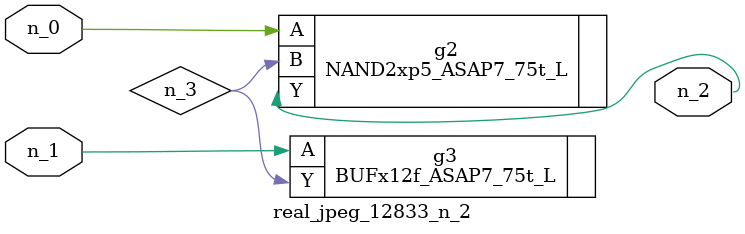
<source format=v>
module real_jpeg_12833_n_2 (n_1, n_0, n_2);

input n_1;
input n_0;

output n_2;

wire n_3;

NAND2xp5_ASAP7_75t_L g2 ( 
.A(n_0),
.B(n_3),
.Y(n_2)
);

BUFx12f_ASAP7_75t_L g3 ( 
.A(n_1),
.Y(n_3)
);


endmodule
</source>
